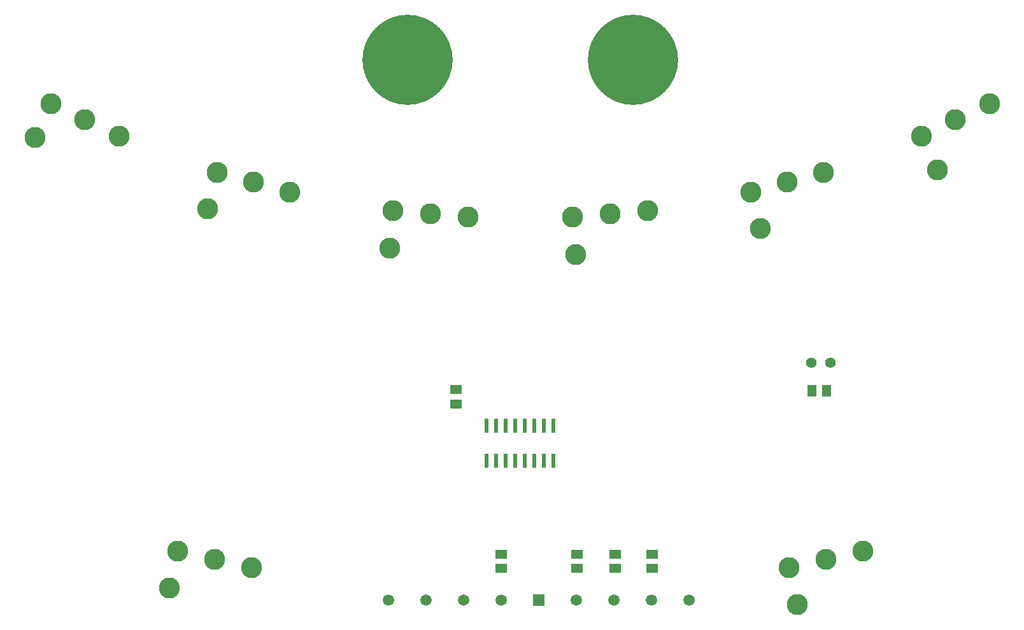
<source format=gts>
G04 (created by PCBNEW (2013-07-07 BZR 4022)-stable) date 8/13/2015 10:27:12 AM*
%MOIN*%
G04 Gerber Fmt 3.4, Leading zero omitted, Abs format*
%FSLAX34Y34*%
G01*
G70*
G90*
G04 APERTURE LIST*
%ADD10C,0.00590551*%
%ADD11C,0.110236*%
%ADD12C,0.472441*%
%ADD13R,0.059X0.0512*%
%ADD14R,0.021X0.078*%
%ADD15C,0.055*%
%ADD16R,0.0590551X0.0590551*%
%ADD17C,0.0590551*%
%ADD18R,0.0512X0.059*%
G04 APERTURE END LIST*
G54D10*
G54D11*
X94741Y-84834D03*
X96662Y-84405D03*
X92820Y-85264D03*
X93249Y-87185D03*
X62739Y-84834D03*
X64660Y-85264D03*
X60817Y-84405D03*
X60388Y-86326D03*
X101520Y-61799D03*
X103300Y-60958D03*
X99741Y-62640D03*
X100582Y-64420D03*
X92699Y-65063D03*
X94599Y-64547D03*
X90800Y-65579D03*
X91316Y-67478D03*
X83444Y-66720D03*
X85405Y-66548D03*
X81483Y-66892D03*
X81655Y-68853D03*
X64780Y-65063D03*
X66680Y-65579D03*
X62880Y-64547D03*
X62364Y-66446D03*
X55959Y-61799D03*
X57739Y-62640D03*
X54179Y-60958D03*
X53338Y-62737D03*
X74035Y-66720D03*
X75996Y-66892D03*
X72074Y-66548D03*
X71903Y-68509D03*
G54D12*
X72830Y-58667D03*
X84650Y-58667D03*
G54D13*
X81700Y-85304D03*
X81700Y-84554D03*
X83708Y-85304D03*
X83708Y-84554D03*
X85645Y-85304D03*
X85645Y-84554D03*
X75393Y-75928D03*
X75393Y-76678D03*
X77755Y-85304D03*
X77755Y-84554D03*
G54D14*
X76990Y-77820D03*
X77990Y-77820D03*
X78490Y-77820D03*
X78990Y-77820D03*
X79490Y-77820D03*
X79990Y-77820D03*
X80490Y-77820D03*
X80490Y-79660D03*
X79990Y-79660D03*
X79490Y-79660D03*
X78990Y-79660D03*
X78490Y-79660D03*
X77990Y-79660D03*
X77490Y-79660D03*
X76990Y-79660D03*
X77490Y-77820D03*
G54D15*
X94968Y-74533D03*
X93968Y-74533D03*
G54D16*
X79718Y-86964D03*
G54D17*
X77750Y-86964D03*
X75781Y-86964D03*
X73812Y-86964D03*
X71844Y-86964D03*
X81687Y-86964D03*
X83655Y-86964D03*
X85624Y-86964D03*
X87592Y-86964D03*
G54D18*
X94012Y-75992D03*
X94762Y-75992D03*
M02*

</source>
